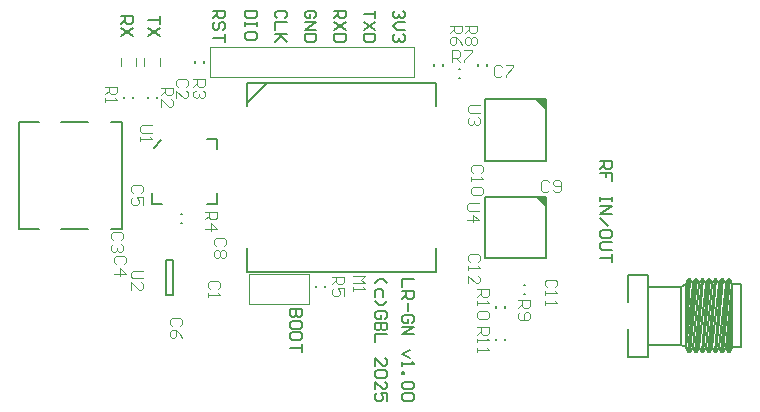
<source format=gto>
G04*
G04 #@! TF.GenerationSoftware,Altium Limited,Altium Designer,23.0.1 (38)*
G04*
G04 Layer_Color=65535*
%FSLAX42Y42*%
%MOMM*%
G71*
G04*
G04 #@! TF.SameCoordinates,C436630F-131B-4BCA-922F-36B4D9C4E9B2*
G04*
G04*
G04 #@! TF.FilePolarity,Positive*
G04*
G01*
G75*
%ADD10C,0.20*%
%ADD11C,0.12*%
%ADD12C,0.15*%
G36*
X4310Y1810D02*
X4304Y1804D01*
Y1728D01*
X4228Y1804D01*
X4310Y1810D01*
D02*
G37*
G36*
X4310Y2635D02*
X4304Y2629D01*
Y2553D01*
X4228Y2629D01*
X4310Y2635D01*
D02*
G37*
D10*
X975Y1750D02*
Y1838D01*
Y1750D02*
X1062D01*
X988Y2225D02*
X1050Y2288D01*
X1525Y1750D02*
Y1838D01*
X1438Y1750D02*
X1525D01*
Y2212D02*
Y2300D01*
X1438D02*
X1525D01*
X4120Y988D02*
X4130D01*
X4120Y1062D02*
X4130D01*
X3962Y870D02*
Y880D01*
X3888Y870D02*
Y880D01*
Y595D02*
Y605D01*
X3962Y595D02*
Y605D01*
X5169Y450D02*
Y1150D01*
X5004Y450D02*
Y686D01*
X5456Y555D02*
X5494Y534D01*
Y529D02*
X5515Y491D01*
X5529D01*
X5550Y528D01*
X5571Y491D01*
X5585D01*
X5606Y528D01*
X5627Y491D01*
X5641D01*
X5662Y528D01*
X5683Y491D01*
X5697D01*
X5718Y528D01*
X5739Y491D01*
X5753D01*
X5774Y528D01*
X5795Y491D01*
X5809D01*
X5830Y528D01*
X5851Y491D01*
X5865D01*
X5886Y528D01*
Y1066D01*
X5865Y1109D02*
X5886Y1066D01*
X5851Y1109D02*
X5865D01*
X5830Y1072D02*
X5851Y1109D01*
X5809D02*
X5830Y1072D01*
X5795Y1109D02*
X5809D01*
X5774Y1072D02*
X5795Y1109D01*
X5753D02*
X5774Y1072D01*
X5739Y1109D02*
X5753D01*
X5718Y1072D02*
X5739Y1109D01*
X5697D02*
X5718Y1072D01*
X5683Y1109D02*
X5697D01*
X5662Y1072D02*
X5683Y1109D01*
X5641D02*
X5662Y1072D01*
X5627Y1109D02*
X5641D01*
X5606Y1072D02*
X5627Y1109D01*
X5585D02*
X5606Y1072D01*
X5571Y1109D02*
X5585D01*
X5550Y1072D02*
X5571Y1109D01*
X5529D02*
X5550Y1072D01*
X5515Y1109D02*
X5529D01*
X5494Y1072D02*
X5515Y1109D01*
X5494Y529D02*
Y1072D01*
X5456Y1045D02*
X5494Y1066D01*
X5456Y555D02*
Y1045D01*
X5169Y555D02*
X5456D01*
X5886Y534D02*
X5958D01*
Y1066D01*
X5886D02*
X5958D01*
X5169Y1045D02*
X5456D01*
X5515Y491D02*
X5571Y1109D01*
X5529Y491D02*
X5585Y1109D01*
X5550Y528D02*
X5606Y1072D01*
X5494Y529D02*
X5550Y1072D01*
X5494Y534D02*
X5515Y1109D01*
X5494Y529D02*
X5529Y1109D01*
X5571Y491D02*
X5627Y1109D01*
X5585Y491D02*
X5641Y1109D01*
X5606Y528D02*
X5662Y1072D01*
X5627Y491D02*
X5683Y1109D01*
X5641Y491D02*
X5697Y1109D01*
X5662Y528D02*
X5718Y1072D01*
X5683Y491D02*
X5739Y1109D01*
X5697Y491D02*
X5753Y1109D01*
X5718Y528D02*
X5774Y1072D01*
X5739Y491D02*
X5795Y1109D01*
X5753Y491D02*
X5809Y1109D01*
X5774Y528D02*
X5830Y1072D01*
X5795Y491D02*
X5851Y1109D01*
X5809Y491D02*
X5865Y1109D01*
X5830Y528D02*
X5886Y1066D01*
X5851Y491D02*
X5886Y1066D01*
X5865Y491D02*
X5886Y1066D01*
X5004Y450D02*
X5169D01*
X5004Y1150D02*
X5169D01*
X5004Y914D02*
Y1150D01*
X4310Y1290D02*
Y1810D01*
X3790Y1290D02*
Y1810D01*
Y1290D02*
X4310D01*
X3790Y1810D02*
X4310D01*
X4310Y2115D02*
Y2635D01*
X3790Y2115D02*
Y2635D01*
Y2115D02*
X4310D01*
X3790Y2635D02*
X4310D01*
X3812Y2920D02*
Y2930D01*
X3738Y2920D02*
Y2930D01*
X3570Y2888D02*
X3580D01*
X3570Y2812D02*
X3580D01*
X3438Y2920D02*
Y2930D01*
X3362Y2920D02*
Y2930D01*
X2438Y1045D02*
Y1055D01*
X2362Y1045D02*
Y1055D01*
X1220Y1662D02*
X1230D01*
X1220Y1588D02*
X1230D01*
X1095Y1275D02*
X1155D01*
X1095Y975D02*
X1155D01*
X1095D02*
Y1275D01*
X1155Y975D02*
Y1275D01*
X629Y1539D02*
X719D01*
X629Y2439D02*
X719D01*
Y1539D02*
Y2439D01*
X-150Y1539D02*
Y2439D01*
X199D02*
X429D01*
X199Y1539D02*
X429D01*
X-150Y2439D02*
X19D01*
X-150Y1539D02*
X19D01*
X938Y2645D02*
Y2655D01*
X1012Y2645D02*
Y2655D01*
X738Y2645D02*
Y2655D01*
X812Y2645D02*
Y2655D01*
X1338Y2945D02*
Y2955D01*
X1412Y2945D02*
Y2955D01*
X1775Y2775D02*
X3375Y2775D01*
Y2575D02*
Y2775D01*
X1775Y2600D02*
X1950Y2775D01*
X1775Y1175D02*
Y1375D01*
Y1175D02*
X3375D01*
X1775Y2575D02*
Y2775D01*
X3375Y1175D02*
Y1375D01*
D11*
X3195Y2823D02*
Y3077D01*
X1463Y2823D02*
X3195D01*
X1463D02*
Y3077D01*
X3195D01*
X1798Y1152D02*
X2306D01*
X1798Y898D02*
Y1152D01*
Y898D02*
X2306D01*
Y1152D01*
X910Y2917D02*
Y2983D01*
X1040Y2917D02*
Y2983D01*
X710Y2917D02*
Y2983D01*
X840Y2917D02*
Y2983D01*
X2675Y1142D02*
X2775D01*
X2742Y1108D01*
X2775Y1075D01*
X2675D01*
Y1042D02*
Y1008D01*
Y1025D01*
X2775D01*
X2758Y1042D01*
X2500Y1133D02*
X2600D01*
Y1083D01*
X2583Y1067D01*
X2550D01*
X2533Y1083D01*
Y1133D01*
Y1100D02*
X2500Y1067D01*
X2600Y967D02*
Y1033D01*
X2550D01*
X2567Y1000D01*
Y983D01*
X2550Y967D01*
X2517D01*
X2500Y983D01*
Y1017D01*
X2517Y1033D01*
X1050Y2733D02*
X1150D01*
Y2683D01*
X1133Y2667D01*
X1100D01*
X1083Y2683D01*
Y2733D01*
Y2700D02*
X1050Y2667D01*
Y2567D02*
Y2633D01*
X1117Y2567D01*
X1133D01*
X1150Y2583D01*
Y2617D01*
X1133Y2633D01*
X575Y2742D02*
X675D01*
Y2692D01*
X658Y2675D01*
X625D01*
X608Y2692D01*
Y2742D01*
Y2708D02*
X575Y2675D01*
Y2642D02*
Y2608D01*
Y2625D01*
X675D01*
X658Y2642D01*
X975Y2417D02*
X892D01*
X875Y2400D01*
Y2367D01*
X892Y2350D01*
X975D01*
X875Y2317D02*
Y2283D01*
Y2300D01*
X975D01*
X958Y2317D01*
X3740Y1758D02*
X3657D01*
X3640Y1742D01*
Y1708D01*
X3657Y1692D01*
X3740D01*
X3640Y1608D02*
X3740D01*
X3690Y1658D01*
Y1592D01*
X3750Y2583D02*
X3667D01*
X3650Y2567D01*
Y2533D01*
X3667Y2517D01*
X3750D01*
X3733Y2483D02*
X3750Y2467D01*
Y2433D01*
X3733Y2417D01*
X3717D01*
X3700Y2433D01*
Y2450D01*
Y2433D01*
X3683Y2417D01*
X3667D01*
X3650Y2433D01*
Y2467D01*
X3667Y2483D01*
X900Y1183D02*
X817D01*
X800Y1167D01*
Y1133D01*
X817Y1117D01*
X900D01*
X800Y1017D02*
Y1083D01*
X867Y1017D01*
X883D01*
X900Y1033D01*
Y1067D01*
X883Y1083D01*
X3725Y708D02*
X3825D01*
Y658D01*
X3808Y642D01*
X3775D01*
X3758Y658D01*
Y708D01*
Y675D02*
X3725Y642D01*
Y608D02*
Y575D01*
Y592D01*
X3825D01*
X3808Y608D01*
X3725Y525D02*
Y492D01*
Y508D01*
X3825D01*
X3808Y525D01*
X3725Y1025D02*
X3825D01*
Y975D01*
X3808Y958D01*
X3775D01*
X3758Y975D01*
Y1025D01*
Y992D02*
X3725Y958D01*
Y925D02*
Y892D01*
Y908D01*
X3825D01*
X3808Y925D01*
Y842D02*
X3825Y825D01*
Y792D01*
X3808Y775D01*
X3742D01*
X3725Y792D01*
Y825D01*
X3742Y842D01*
X3808D01*
X4075Y933D02*
X4175D01*
Y883D01*
X4158Y867D01*
X4125D01*
X4108Y883D01*
Y933D01*
Y900D02*
X4075Y867D01*
X4092Y833D02*
X4075Y817D01*
Y783D01*
X4092Y767D01*
X4158D01*
X4175Y783D01*
Y817D01*
X4158Y833D01*
X4142D01*
X4125Y817D01*
Y767D01*
X3625Y3258D02*
X3725D01*
Y3208D01*
X3708Y3192D01*
X3675D01*
X3658Y3208D01*
Y3258D01*
Y3225D02*
X3625Y3192D01*
X3708Y3158D02*
X3725Y3142D01*
Y3108D01*
X3708Y3092D01*
X3692D01*
X3675Y3108D01*
X3658Y3092D01*
X3642D01*
X3625Y3108D01*
Y3142D01*
X3642Y3158D01*
X3658D01*
X3675Y3142D01*
X3692Y3158D01*
X3708D01*
X3675Y3142D02*
Y3108D01*
X3517Y2950D02*
Y3050D01*
X3567D01*
X3583Y3033D01*
Y3000D01*
X3567Y2983D01*
X3517D01*
X3550D02*
X3583Y2950D01*
X3617Y3050D02*
X3683D01*
Y3033D01*
X3617Y2967D01*
Y2950D01*
X3500Y3258D02*
X3600D01*
Y3208D01*
X3583Y3192D01*
X3550D01*
X3533Y3208D01*
Y3258D01*
Y3225D02*
X3500Y3192D01*
X3600Y3092D02*
X3583Y3125D01*
X3550Y3158D01*
X3517D01*
X3500Y3142D01*
Y3108D01*
X3517Y3092D01*
X3533D01*
X3550Y3108D01*
Y3158D01*
X1425Y1683D02*
X1525D01*
Y1633D01*
X1508Y1617D01*
X1475D01*
X1458Y1633D01*
Y1683D01*
Y1650D02*
X1425Y1617D01*
Y1533D02*
X1525D01*
X1475Y1583D01*
Y1517D01*
X1325Y2808D02*
X1425D01*
Y2758D01*
X1408Y2742D01*
X1375D01*
X1358Y2758D01*
Y2808D01*
Y2775D02*
X1325Y2742D01*
X1408Y2708D02*
X1425Y2692D01*
Y2658D01*
X1408Y2642D01*
X1392D01*
X1375Y2658D01*
Y2675D01*
Y2658D01*
X1358Y2642D01*
X1342D01*
X1325Y2658D01*
Y2692D01*
X1342Y2708D01*
X3733Y1258D02*
X3750Y1275D01*
Y1308D01*
X3733Y1325D01*
X3667D01*
X3650Y1308D01*
Y1275D01*
X3667Y1258D01*
X3650Y1225D02*
Y1192D01*
Y1208D01*
X3750D01*
X3733Y1225D01*
X3650Y1075D02*
Y1142D01*
X3717Y1075D01*
X3733D01*
X3750Y1092D01*
Y1125D01*
X3733Y1142D01*
X4383Y1042D02*
X4400Y1058D01*
Y1092D01*
X4383Y1108D01*
X4317D01*
X4300Y1092D01*
Y1058D01*
X4317Y1042D01*
X4300Y1008D02*
Y975D01*
Y992D01*
X4400D01*
X4383Y1008D01*
X4300Y925D02*
Y892D01*
Y908D01*
X4400D01*
X4383Y925D01*
X3758Y2008D02*
X3775Y2025D01*
Y2058D01*
X3758Y2075D01*
X3692D01*
X3675Y2058D01*
Y2025D01*
X3692Y2008D01*
X3675Y1975D02*
Y1942D01*
Y1958D01*
X3775D01*
X3758Y1975D01*
Y1892D02*
X3775Y1875D01*
Y1842D01*
X3758Y1825D01*
X3692D01*
X3675Y1842D01*
Y1875D01*
X3692Y1892D01*
X3758D01*
X4333Y1933D02*
X4317Y1950D01*
X4283D01*
X4267Y1933D01*
Y1867D01*
X4283Y1850D01*
X4317D01*
X4333Y1867D01*
X4367D02*
X4383Y1850D01*
X4417D01*
X4433Y1867D01*
Y1933D01*
X4417Y1950D01*
X4383D01*
X4367Y1933D01*
Y1917D01*
X4383Y1900D01*
X4433D01*
X1583Y1392D02*
X1600Y1408D01*
Y1442D01*
X1583Y1458D01*
X1517D01*
X1500Y1442D01*
Y1408D01*
X1517Y1392D01*
X1583Y1358D02*
X1600Y1342D01*
Y1308D01*
X1583Y1292D01*
X1567D01*
X1550Y1308D01*
X1533Y1292D01*
X1517D01*
X1500Y1308D01*
Y1342D01*
X1517Y1358D01*
X1533D01*
X1550Y1342D01*
X1567Y1358D01*
X1583D01*
X1550Y1342D02*
Y1308D01*
X3933Y2908D02*
X3917Y2925D01*
X3883D01*
X3867Y2908D01*
Y2842D01*
X3883Y2825D01*
X3917D01*
X3933Y2842D01*
X3967Y2925D02*
X4033D01*
Y2908D01*
X3967Y2842D01*
Y2825D01*
X1208Y717D02*
X1225Y733D01*
Y767D01*
X1208Y783D01*
X1142D01*
X1125Y767D01*
Y733D01*
X1142Y717D01*
X1225Y617D02*
X1208Y650D01*
X1175Y683D01*
X1142D01*
X1125Y667D01*
Y633D01*
X1142Y617D01*
X1158D01*
X1175Y633D01*
Y683D01*
X883Y1842D02*
X900Y1858D01*
Y1892D01*
X883Y1908D01*
X817D01*
X800Y1892D01*
Y1858D01*
X817Y1842D01*
X900Y1742D02*
Y1808D01*
X850D01*
X867Y1775D01*
Y1758D01*
X850Y1742D01*
X817D01*
X800Y1758D01*
Y1792D01*
X817Y1808D01*
X733Y1242D02*
X750Y1258D01*
Y1292D01*
X733Y1308D01*
X667D01*
X650Y1292D01*
Y1258D01*
X667Y1242D01*
X650Y1158D02*
X750D01*
X700Y1208D01*
Y1142D01*
X708Y1442D02*
X725Y1458D01*
Y1492D01*
X708Y1508D01*
X642D01*
X625Y1492D01*
Y1458D01*
X642Y1442D01*
X708Y1408D02*
X725Y1392D01*
Y1358D01*
X708Y1342D01*
X692D01*
X675Y1358D01*
Y1375D01*
Y1358D01*
X658Y1342D01*
X642D01*
X625Y1358D01*
Y1392D01*
X642Y1408D01*
X1258Y2742D02*
X1275Y2758D01*
Y2792D01*
X1258Y2808D01*
X1192D01*
X1175Y2792D01*
Y2758D01*
X1192Y2742D01*
X1175Y2642D02*
Y2708D01*
X1242Y2642D01*
X1258D01*
X1275Y2658D01*
Y2692D01*
X1258Y2708D01*
X1533Y1025D02*
X1550Y1042D01*
Y1075D01*
X1533Y1092D01*
X1467D01*
X1450Y1075D01*
Y1042D01*
X1467Y1025D01*
X1450Y992D02*
Y958D01*
Y975D01*
X1550D01*
X1533Y992D01*
D12*
X4765Y2110D02*
X4865D01*
Y2060D01*
X4848Y2043D01*
X4815D01*
X4798Y2060D01*
Y2110D01*
Y2077D02*
X4765Y2043D01*
X4865Y1943D02*
Y2010D01*
X4815D01*
Y1977D01*
Y2010D01*
X4765D01*
X4865Y1810D02*
Y1777D01*
Y1793D01*
X4765D01*
Y1810D01*
Y1777D01*
Y1727D02*
X4865D01*
X4765Y1660D01*
X4865D01*
X4765Y1627D02*
X4832Y1560D01*
X4865Y1477D02*
Y1510D01*
X4848Y1527D01*
X4782D01*
X4765Y1510D01*
Y1477D01*
X4782Y1460D01*
X4848D01*
X4865Y1477D01*
Y1427D02*
X4782D01*
X4765Y1410D01*
Y1377D01*
X4782Y1360D01*
X4865D01*
Y1327D02*
Y1260D01*
Y1294D01*
X4765D01*
X1040Y3335D02*
Y3268D01*
Y3302D01*
X940D01*
X1040Y3235D02*
X940Y3168D01*
X1040D02*
X940Y3235D01*
X715Y3335D02*
X815D01*
Y3285D01*
X798Y3268D01*
X765D01*
X748Y3285D01*
Y3335D01*
Y3302D02*
X715Y3268D01*
X815Y3235D02*
X715Y3168D01*
X815D02*
X715Y3235D01*
X3098Y3385D02*
X3115Y3368D01*
Y3335D01*
X3098Y3318D01*
X3082D01*
X3065Y3335D01*
Y3352D01*
Y3335D01*
X3048Y3318D01*
X3032D01*
X3015Y3335D01*
Y3368D01*
X3032Y3385D01*
X3115Y3285D02*
X3048D01*
X3015Y3252D01*
X3048Y3218D01*
X3115D01*
X3098Y3185D02*
X3115Y3168D01*
Y3135D01*
X3098Y3118D01*
X3082D01*
X3065Y3135D01*
Y3152D01*
Y3135D01*
X3048Y3118D01*
X3032D01*
X3015Y3135D01*
Y3168D01*
X3032Y3185D01*
X2865Y3385D02*
Y3318D01*
Y3352D01*
X2765D01*
X2865Y3285D02*
X2765Y3218D01*
X2865D02*
X2765Y3285D01*
X2865Y3185D02*
X2765D01*
Y3135D01*
X2782Y3118D01*
X2848D01*
X2865Y3135D01*
Y3185D01*
X2515Y3385D02*
X2615D01*
Y3335D01*
X2598Y3318D01*
X2565D01*
X2548Y3335D01*
Y3385D01*
Y3352D02*
X2515Y3318D01*
X2615Y3285D02*
X2515Y3218D01*
X2615D02*
X2515Y3285D01*
X2615Y3185D02*
X2515D01*
Y3135D01*
X2532Y3118D01*
X2598D01*
X2615Y3135D01*
Y3185D01*
X2348Y3318D02*
X2365Y3335D01*
Y3368D01*
X2348Y3385D01*
X2282D01*
X2265Y3368D01*
Y3335D01*
X2282Y3318D01*
X2315D01*
Y3352D01*
X2265Y3285D02*
X2365D01*
X2265Y3218D01*
X2365D01*
Y3185D02*
X2265D01*
Y3135D01*
X2282Y3118D01*
X2348D01*
X2365Y3135D01*
Y3185D01*
X2098Y3318D02*
X2115Y3335D01*
Y3368D01*
X2098Y3385D01*
X2032D01*
X2015Y3368D01*
Y3335D01*
X2032Y3318D01*
X2115Y3285D02*
X2015D01*
Y3218D01*
X2115Y3185D02*
X2015D01*
X2048D01*
X2115Y3118D01*
X2065Y3168D01*
X2015Y3118D01*
X1865Y3385D02*
X1765D01*
Y3335D01*
X1782Y3318D01*
X1848D01*
X1865Y3335D01*
Y3385D01*
Y3285D02*
Y3252D01*
Y3268D01*
X1765D01*
Y3285D01*
Y3252D01*
X1865Y3152D02*
Y3185D01*
X1848Y3202D01*
X1782D01*
X1765Y3185D01*
Y3152D01*
X1782Y3135D01*
X1848D01*
X1865Y3152D01*
X1490Y3385D02*
X1590D01*
Y3335D01*
X1573Y3318D01*
X1540D01*
X1523Y3335D01*
Y3385D01*
Y3352D02*
X1490Y3318D01*
X1573Y3218D02*
X1590Y3235D01*
Y3268D01*
X1573Y3285D01*
X1557D01*
X1540Y3268D01*
Y3235D01*
X1523Y3218D01*
X1507D01*
X1490Y3235D01*
Y3268D01*
X1507Y3285D01*
X1590Y3185D02*
Y3118D01*
Y3152D01*
X1490D01*
X2240Y860D02*
X2140D01*
Y810D01*
X2157Y793D01*
X2173D01*
X2190Y810D01*
Y860D01*
Y810D01*
X2207Y793D01*
X2223D01*
X2240Y810D01*
Y860D01*
Y710D02*
Y743D01*
X2223Y760D01*
X2157D01*
X2140Y743D01*
Y710D01*
X2157Y693D01*
X2223D01*
X2240Y710D01*
Y610D02*
Y643D01*
X2223Y660D01*
X2157D01*
X2140Y643D01*
Y610D01*
X2157Y593D01*
X2223D01*
X2240Y610D01*
Y560D02*
Y493D01*
Y527D01*
X2140D01*
X2865Y1077D02*
X2898Y1110D01*
X2932D01*
X2965Y1077D01*
X2932Y960D02*
Y1010D01*
X2915Y1027D01*
X2882D01*
X2865Y1010D01*
Y960D01*
Y927D02*
X2898Y893D01*
X2932D01*
X2965Y927D01*
X2948Y777D02*
X2965Y793D01*
Y827D01*
X2948Y843D01*
X2882D01*
X2865Y827D01*
Y793D01*
X2882Y777D01*
X2915D01*
Y810D01*
X2965Y743D02*
X2865D01*
Y693D01*
X2882Y677D01*
X2898D01*
X2915Y693D01*
Y743D01*
Y693D01*
X2932Y677D01*
X2948D01*
X2965Y693D01*
Y743D01*
Y643D02*
X2865D01*
Y577D01*
Y377D02*
Y444D01*
X2932Y377D01*
X2948D01*
X2965Y394D01*
Y427D01*
X2948Y444D01*
Y344D02*
X2965Y327D01*
Y294D01*
X2948Y277D01*
X2882D01*
X2865Y294D01*
Y327D01*
X2882Y344D01*
X2948D01*
X2865Y177D02*
Y244D01*
X2932Y177D01*
X2948D01*
X2965Y194D01*
Y227D01*
X2948Y244D01*
X2965Y77D02*
Y144D01*
X2915D01*
X2932Y110D01*
Y94D01*
X2915Y77D01*
X2882D01*
X2865Y94D01*
Y127D01*
X2882Y144D01*
X3190Y1110D02*
X3090D01*
Y1043D01*
Y1010D02*
X3190D01*
Y960D01*
X3173Y943D01*
X3140D01*
X3123Y960D01*
Y1010D01*
Y977D02*
X3090Y943D01*
X3140Y910D02*
Y843D01*
X3173Y743D02*
X3190Y760D01*
Y793D01*
X3173Y810D01*
X3107D01*
X3090Y793D01*
Y760D01*
X3107Y743D01*
X3140D01*
Y777D01*
X3090Y710D02*
X3190D01*
X3090Y643D01*
X3190D01*
X3157Y510D02*
X3090Y477D01*
X3157Y444D01*
X3090Y410D02*
Y377D01*
Y394D01*
X3190D01*
X3173Y410D01*
X3090Y327D02*
X3107D01*
Y310D01*
X3090D01*
Y327D01*
X3173Y244D02*
X3190Y227D01*
Y194D01*
X3173Y177D01*
X3107D01*
X3090Y194D01*
Y227D01*
X3107Y244D01*
X3173D01*
Y144D02*
X3190Y127D01*
Y94D01*
X3173Y77D01*
X3107D01*
X3090Y94D01*
Y127D01*
X3107Y144D01*
X3173D01*
M02*

</source>
